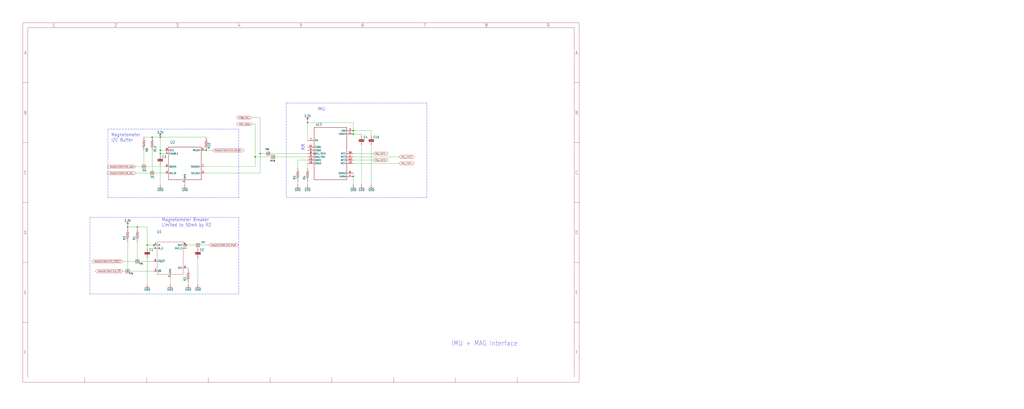
<source format=kicad_sch>
(kicad_sch (version 20211123) (generator eeschema)
  (paper "User" 795.02 318.11)
  (lib_symbols
    (symbol "oresat-acs-card-eagle-import:3.3V" (power)
      (property "Value" "3.3V" (at 0 2.794 0))
      (symbol "3.3V_1_0"
        (polyline (pts (xy 0 2.54) (xy -0.762 1.27)) (stroke (width 0.254)))
        (polyline (pts (xy 0.762 1.27) (xy 0 2.54)) (stroke (width 0.254)))
        (pin power_in line (at 0 0 90) (length 2.54) (name "3.3V") (number "1"))
      )
    )
    (symbol "oresat-acs-card-eagle-import:BMI088"
      (property "Reference" "U" (at -12.7 20.955 0))
      (property "Value" "BMI088" (at -12.7 -22.86 0))
      (symbol "BMI088_1_0"
        (polyline (pts (xy -12.7 -20.32) (xy -12.7 20.32)) (stroke (width 0.254)))
        (polyline (pts (xy -12.7 20.32) (xy 12.7 20.32)) (stroke (width 0.254)))
        (polyline (pts (xy 12.7 -20.32) (xy -12.7 -20.32)) (stroke (width 0.254)))
        (polyline (pts (xy 12.7 20.32) (xy 12.7 -20.32)) (stroke (width 0.254)))
        (pin bidirectional line (at 17.78 -2.54 180) (length 5.08) (name "INT2") (number "1"))
        (pin bidirectional line (at -17.78 -7.62 0) (length 5.08) (name "SDO2") (number "10"))
        (pin power_in line (at 17.78 15.24 180) (length 5.08) (name "VDDIO") (number "11"))
        (pin bidirectional line (at 17.78 -5.08 180) (length 5.08) (name "INT3") (number "12"))
        (pin bidirectional line (at 17.78 -7.62 180) (length 5.08) (name "INT4") (number "13"))
        (pin input line (at -17.78 5.08 0) (length 5.08) (name "CSB1") (number "14"))
        (pin bidirectional line (at -17.78 -5.08 0) (length 5.08) (name "SDO1") (number "15"))
        (pin bidirectional line (at 17.78 0 180) (length 5.08) (name "INT1") (number "16"))
        (pin power_in line (at 17.78 17.78 180) (length 5.08) (name "VDD") (number "3"))
        (pin power_in line (at 17.78 -17.78 180) (length 5.08) (name "GNDA") (number "4"))
        (pin input line (at -17.78 2.54 0) (length 5.08) (name "CSB2") (number "5"))
        (pin power_in line (at 17.78 -15.24 180) (length 5.08) (name "GNDIO") (number "6"))
        (pin input line (at -17.78 10.16 0) (length 5.08) (name "PS") (number "7"))
        (pin input clock (at -17.78 0 0) (length 5.08) (name "SCL/SCK") (number "8"))
        (pin bidirectional line (at -17.78 -2.54 0) (length 5.08) (name "SDA/SDI") (number "9"))
      )
    )
    (symbol "oresat-acs-card-eagle-import:C-EU0603-C-NOSILK"
      (property "Reference" "C" (at 1.524 0.381 0))
      (property "Value" "C-EU0603-C-NOSILK" (at 1.524 -4.699 0))
      (symbol "C-EU0603-C-NOSILK_1_0"
        (rectangle (start -2.032 -2.032) (end 2.032 -1.524) (fill (type outline)))
        (rectangle (start -2.032 -1.016) (end 2.032 -0.508) (fill (type outline)))
        (polyline (pts (xy 0 -2.54) (xy 0 -2.032)) (stroke (width 0.1524)))
        (polyline (pts (xy 0 0) (xy 0 -0.508)) (stroke (width 0.1524)))
        (pin passive line (at 0 2.54 270) (length 2.54) (name "1") (number "1"))
        (pin passive line (at 0 -5.08 90) (length 2.54) (name "2") (number "2"))
      )
    )
    (symbol "oresat-acs-card-eagle-import:FRAME_B_L"
      (symbol "FRAME_B_L_0_0"
        (polyline (pts (xy 0 46.5667) (xy 3.81 46.5667)))
        (polyline (pts (xy 0 93.1333) (xy 3.81 93.1333)))
        (polyline (pts (xy 0 139.7) (xy 3.81 139.7)))
        (polyline (pts (xy 0 186.2667) (xy 3.81 186.2667)))
        (polyline (pts (xy 0 232.8333) (xy 3.81 232.8333)))
        (polyline (pts (xy 3.81 3.81) (xy 3.81 275.59)))
        (polyline (pts (xy 47.9778 0) (xy 47.9778 3.81)))
        (polyline (pts (xy 95.9556 0) (xy 95.9556 3.81)))
        (polyline (pts (xy 143.9333 0) (xy 143.9333 3.81)))
        (polyline (pts (xy 191.9111 0) (xy 191.9111 3.81)))
        (polyline (pts (xy 239.8889 0) (xy 239.8889 3.81)))
        (polyline (pts (xy 287.8667 0) (xy 287.8667 3.81)))
        (polyline (pts (xy 335.8444 0) (xy 335.8444 3.81)))
        (polyline (pts (xy 383.8222 0) (xy 383.8222 3.81)))
        (polyline (pts (xy 427.99 3.81) (xy 427.99 275.59)))
        (polyline (pts (xy 427.99 46.5667) (xy 431.8 46.5667)))
        (polyline (pts (xy 427.99 93.1333) (xy 431.8 93.1333)))
        (polyline (pts (xy 427.99 139.7) (xy 431.8 139.7)))
        (polyline (pts (xy 427.99 186.2667) (xy 431.8 186.2667)))
        (polyline (pts (xy 427.99 232.8333) (xy 431.8 232.8333)))
        (polyline (pts (xy 427.99 275.59) (xy 3.81 275.59)))
        (polyline (pts (xy 0 0) (xy 431.8 0) (xy 431.8 279.4) (xy 0 279.4) (xy 0 0)))
        (text "1" (at 23.9889 277.495 0) (effects (font (size 2.54 2.286))))
        (text "2" (at 71.9667 277.495 0) (effects (font (size 2.54 2.286))))
        (text "3" (at 119.9444 277.495 0) (effects (font (size 2.54 2.286))))
        (text "4" (at 167.9222 277.495 0) (effects (font (size 2.54 2.286))))
        (text "5" (at 215.9 277.495 0) (effects (font (size 2.54 2.286))))
        (text "6" (at 263.8778 277.495 0) (effects (font (size 2.54 2.286))))
        (text "7" (at 311.8556 277.495 0) (effects (font (size 2.54 2.286))))
        (text "8" (at 359.8333 277.495 0) (effects (font (size 2.54 2.286))))
        (text "9" (at 407.8111 277.495 0) (effects (font (size 2.54 2.286))))
        (text "A" (at 1.905 256.1167 0) (effects (font (size 2.54 2.286))))
        (text "A" (at 429.895 256.1167 0) (effects (font (size 2.54 2.286))))
        (text "B" (at 1.905 209.55 0) (effects (font (size 2.54 2.286))))
        (text "B" (at 429.895 209.55 0) (effects (font (size 2.54 2.286))))
        (text "C" (at 1.905 162.9833 0) (effects (font (size 2.54 2.286))))
        (text "C" (at 429.895 162.9833 0) (effects (font (size 2.54 2.286))))
        (text "D" (at 1.905 116.4167 0) (effects (font (size 2.54 2.286))))
        (text "D" (at 429.895 116.4167 0) (effects (font (size 2.54 2.286))))
        (text "E" (at 1.905 69.85 0) (effects (font (size 2.54 2.286))))
        (text "E" (at 429.895 69.85 0) (effects (font (size 2.54 2.286))))
        (text "F" (at 1.905 23.2833 0) (effects (font (size 2.54 2.286))))
        (text "F" (at 429.895 23.2833 0) (effects (font (size 2.54 2.286))))
      )
      (symbol "FRAME_B_L_2_0"
        (polyline (pts (xy 0 0) (xy 0 5.08)) (stroke (width 0.1016)))
        (polyline (pts (xy 0 0) (xy 71.12 0)) (stroke (width 0.1016)))
        (polyline (pts (xy 0 5.08) (xy 0 15.24)) (stroke (width 0.1016)))
        (polyline (pts (xy 0 5.08) (xy 71.12 5.08)) (stroke (width 0.1016)))
        (polyline (pts (xy 0 15.24) (xy 0 22.86)) (stroke (width 0.1016)))
        (polyline (pts (xy 0 22.86) (xy 0 35.56)) (stroke (width 0.1016)))
        (polyline (pts (xy 0 22.86) (xy 101.6 22.86)) (stroke (width 0.1016)))
        (polyline (pts (xy 71.12 0) (xy 101.6 0)) (stroke (width 0.1016)))
        (polyline (pts (xy 71.12 5.08) (xy 71.12 0)) (stroke (width 0.1016)))
        (polyline (pts (xy 71.12 5.08) (xy 87.63 5.08)) (stroke (width 0.1016)))
        (polyline (pts (xy 87.63 5.08) (xy 101.6 5.08)) (stroke (width 0.1016)))
        (polyline (pts (xy 87.63 15.24) (xy 0 15.24)) (stroke (width 0.1016)))
        (polyline (pts (xy 87.63 15.24) (xy 87.63 5.08)) (stroke (width 0.1016)))
        (polyline (pts (xy 101.6 5.08) (xy 101.6 0)) (stroke (width 0.1016)))
        (polyline (pts (xy 101.6 15.24) (xy 87.63 15.24)) (stroke (width 0.1016)))
        (polyline (pts (xy 101.6 15.24) (xy 101.6 5.08)) (stroke (width 0.1016)))
        (polyline (pts (xy 101.6 22.86) (xy 101.6 15.24)) (stroke (width 0.1016)))
        (polyline (pts (xy 101.6 35.56) (xy 0 35.56)) (stroke (width 0.1016)))
        (polyline (pts (xy 101.6 35.56) (xy 101.6 22.86)) (stroke (width 0.1016)))
        (text ">DRAWING_NAME" (at 17.78 19.05 0) (effects (font (size 2.54 2.159)) (justify left bottom)))
        (text ">LAST_DATE_TIME" (at 12.7 1.27 0) (effects (font (size 2.54 2.159)) (justify left bottom)))
        (text ">SHEET" (at 86.36 1.27 0) (effects (font (size 2.54 2.159)) (justify left bottom)))
        (text "Date:" (at 1.27 1.27 0) (effects (font (size 2.54 2.159)) (justify left bottom)))
        (text "Document Number:" (at 1.27 11.43 0) (effects (font (size 2.54 2.159)) (justify left bottom)))
        (text "REV:" (at 88.9 11.43 0) (effects (font (size 2.54 2.159)) (justify left bottom)))
        (text "Sheet:" (at 72.39 1.27 0) (effects (font (size 2.54 2.159)) (justify left bottom)))
        (text "TITLE:" (at 1.27 19.05 0) (effects (font (size 2.54 2.159)) (justify left bottom)))
      )
    )
    (symbol "oresat-acs-card-eagle-import:GND" (power)
      (property "Value" "GND" (at -2.54 -2.54 0))
      (symbol "GND_1_0"
        (polyline (pts (xy -1.905 0) (xy 1.905 0)) (stroke (width 0.254)))
        (pin power_in line (at 0 2.54 270) (length 2.54) (name "GND") (number "1"))
      )
    )
    (symbol "oresat-acs-card-eagle-import:LTC4300A-1"
      (property "Value" "LTC4300A-1" (at 5.08 15.24 0))
      (symbol "LTC4300A-1_1_0"
        (polyline (pts (xy -12.7 -12.7) (xy 12.7 -12.7)) (stroke (width 0.254)))
        (polyline (pts (xy -12.7 12.7) (xy -12.7 -12.7)) (stroke (width 0.254)))
        (polyline (pts (xy 12.7 -12.7) (xy 12.7 12.7)) (stroke (width 0.254)))
        (polyline (pts (xy 12.7 12.7) (xy -12.7 12.7)) (stroke (width 0.254)))
        (pin input line (at -15.24 7.62 0) (length 2.54) (name "ENABLE") (number "1"))
        (pin output line (at 15.24 -7.62 180) (length 2.54) (name "SCLOUT") (number "2"))
        (pin input line (at -15.24 -7.62 0) (length 2.54) (name "SCLIN") (number "3"))
        (pin power_in line (at 0 -15.24 90) (length 2.54) (name "GND") (number "4"))
        (pin output line (at 15.24 10.16 180) (length 2.54) (name "READY") (number "5"))
        (pin input line (at -15.24 -2.54 0) (length 2.54) (name "SDAIN") (number "6"))
        (pin output line (at 15.24 -2.54 180) (length 2.54) (name "SDAOUT") (number "7"))
        (pin power_in line (at -15.24 10.16 0) (length 2.54) (name "VCC") (number "8"))
      )
    )
    (symbol "oresat-acs-card-eagle-import:MAX892LEUA+T21-0036K-L"
      (property "Reference" "U" (at -5.2324 14.1986 0))
      (property "Value" "MAX892LEUA+T21-0036K-L" (at -5.1054 11.6586 0))
      (symbol "MAX892LEUA+T21-0036K-L_1_0"
        (polyline (pts (xy -10.16 -15.24) (xy 10.16 -15.24)) (stroke (width 0.1524)))
        (polyline (pts (xy -10.16 10.16) (xy -10.16 -15.24)) (stroke (width 0.1524)))
        (polyline (pts (xy 10.16 -15.24) (xy 10.16 10.16)) (stroke (width 0.1524)))
        (polyline (pts (xy 10.16 10.16) (xy -10.16 10.16)) (stroke (width 0.1524)))
        (pin power_in line (at -12.7 5.08 0) (length 2.54) (name "IN_2") (number "1"))
        (pin power_in line (at -12.7 7.62 0) (length 2.54) (name "IN") (number "2"))
        (pin input line (at -12.7 -12.7 0) (length 2.54) (name "~{ON}") (number "3"))
        (pin power_in line (at 0 -17.78 90) (length 2.54) (name "GND") (number "4"))
        (pin input line (at 12.7 -10.16 180) (length 2.54) (name "SET") (number "5"))
        (pin output line (at -12.7 -5.08 0) (length 2.54) (name "~{FAULT}") (number "6"))
        (pin power_in line (at 12.7 5.08 180) (length 2.54) (name "OUT_2") (number "7"))
        (pin power_in line (at 12.7 7.62 180) (length 2.54) (name "OUT") (number "8"))
      )
    )
    (symbol "oresat-acs-card-eagle-import:R-US_0603-C-NOSILK"
      (property "Reference" "R" (at -3.81 1.4986 0))
      (property "Value" "R-US_0603-C-NOSILK" (at -3.81 -3.302 0))
      (symbol "R-US_0603-C-NOSILK_1_0"
        (polyline (pts (xy -2.54 0) (xy -2.159 1.016)) (stroke (width 0.2032)))
        (polyline (pts (xy -2.159 1.016) (xy -1.524 -1.016)) (stroke (width 0.2032)))
        (polyline (pts (xy -1.524 -1.016) (xy -0.889 1.016)) (stroke (width 0.2032)))
        (polyline (pts (xy -0.889 1.016) (xy -0.254 -1.016)) (stroke (width 0.2032)))
        (polyline (pts (xy -0.254 -1.016) (xy 0.381 1.016)) (stroke (width 0.2032)))
        (polyline (pts (xy 0.381 1.016) (xy 1.016 -1.016)) (stroke (width 0.2032)))
        (polyline (pts (xy 1.016 -1.016) (xy 1.651 1.016)) (stroke (width 0.2032)))
        (polyline (pts (xy 1.651 1.016) (xy 2.286 -1.016)) (stroke (width 0.2032)))
        (polyline (pts (xy 2.286 -1.016) (xy 2.54 0)) (stroke (width 0.2032)))
        (pin passive line (at -5.08 0 0) (length 2.54) (name "1") (number "1"))
        (pin passive line (at 5.08 0 180) (length 2.54) (name "2") (number "2"))
      )
    )
    (symbol "oresat-acs-card-eagle-import:TEST-POINT-LARGE-SQUARE"
      (property "Reference" "TP" (at -2.54 2.54 0))
      (symbol "TEST-POINT-LARGE-SQUARE_1_0"
        (polyline (pts (xy -1.27 -1.27) (xy -1.27 1.27)) (stroke (width 0.254)))
        (polyline (pts (xy -1.27 1.27) (xy 1.27 1.27)) (stroke (width 0.254)))
        (polyline (pts (xy 1.27 -1.27) (xy -1.27 -1.27)) (stroke (width 0.254)))
        (polyline (pts (xy 1.27 1.27) (xy 1.27 -1.27)) (stroke (width 0.254)))
        (pin passive line (at 0 0 0) (length 0) (name "1") (number "1"))
      )
    )
  )
  (junction (at 118.11 134.62))
  (junction (at 118.11 106.68))
  (junction (at 144.78 190.5))
  (junction (at 198.12 121.92))
  (junction (at 111.76 129.54))
  (junction (at 124.46 106.68))
  (junction (at 114.3 190.5))
  (junction (at 160.02 116.84))
  (junction (at 212.09 121.92))
  (junction (at 274.32 104.14))
  (junction (at 274.32 137.16))
  (junction (at 106.68 176.53))
  (junction (at 119.38 190.5))
  (junction (at 201.93 119.38))
  (junction (at 99.06 176.53))
  (junction (at 153.67 190.5))
  (junction (at 99.06 210.82))
  (junction (at 124.46 116.84))
  (junction (at 124.46 119.38))
  (junction (at 208.28 119.38))
  (junction (at 106.68 203.2))
  (junction (at 274.32 101.6))
  (junction (at 238.76 95.25))
  (polyline (pts (xy 185.42 168.91) (xy 185.42 228.6)))
  (wire (pts (xy 144.78 190.5) (xy 153.67 190.5)))
  (wire (pts (xy 231.14 124.46) (xy 238.76 124.46)))
  (wire (pts (xy 153.67 190.5) (xy 162.56 190.5)))
  (wire (pts (xy 132.08 220.98) (xy 132.08 215.9)))
  (wire (pts (xy 153.67 220.98) (xy 153.67 200.66)))
  (wire (pts (xy 238.76 119.38) (xy 208.28 119.38)))
  (wire (pts (xy 274.32 121.92) (xy 309.88 121.92)))
  (polyline (pts (xy 331.47 153.67) (xy 331.47 80.01)))
  (wire (pts (xy 238.76 121.92) (xy 212.09 121.92)))
  (wire (pts (xy 111.76 129.54) (xy 111.76 116.84)))
  (wire (pts (xy 280.67 104.14) (xy 280.67 105.41)))
  (wire (pts (xy 118.11 134.62) (xy 118.11 116.84)))
  (wire (pts (xy 124.46 143.51) (xy 124.46 128.27)))
  (wire (pts (xy 124.46 116.84) (xy 124.46 106.68)))
  (wire (pts (xy 146.05 208.28) (xy 146.05 209.55)))
  (wire (pts (xy 99.06 187.96) (xy 99.06 210.82)))
  (polyline (pts (xy 83.82 100.33) (xy 83.82 153.67)))
  (wire (pts (xy 128.27 116.84) (xy 124.46 116.84)))
  (wire (pts (xy 201.93 119.38) (xy 201.93 91.44)))
  (wire (pts (xy 198.12 121.92) (xy 198.12 129.54)))
  (wire (pts (xy 146.05 219.71) (xy 146.05 220.98)))
  (wire (pts (xy 274.32 124.46) (xy 289.56 124.46)))
  (wire (pts (xy 231.14 130.81) (xy 231.14 124.46)))
  (wire (pts (xy 114.3 190.5) (xy 119.38 190.5)))
  (wire (pts (xy 143.51 143.51) (xy 143.51 142.24)))
  (polyline (pts (xy 185.42 153.67) (xy 185.42 100.33)))
  (wire (pts (xy 231.14 140.97) (xy 231.14 143.51)))
  (wire (pts (xy 114.3 220.98) (xy 114.3 200.66)))
  (wire (pts (xy 144.78 208.28) (xy 146.05 208.28)))
  (wire (pts (xy 118.11 134.62) (xy 105.41 134.62)))
  (polyline (pts (xy 222.25 80.01) (xy 222.25 153.67)))
  (wire (pts (xy 124.46 106.68) (xy 160.02 106.68)))
  (polyline (pts (xy 185.42 100.33) (xy 83.82 100.33)))
  (wire (pts (xy 198.12 96.52) (xy 195.58 96.52)))
  (wire (pts (xy 105.41 129.54) (xy 111.76 129.54)))
  (wire (pts (xy 274.32 127) (xy 309.88 127)))
  (wire (pts (xy 106.68 177.8) (xy 106.68 176.53)))
  (wire (pts (xy 160.02 116.84) (xy 165.1 116.84)))
  (wire (pts (xy 198.12 121.92) (xy 198.12 96.52)))
  (wire (pts (xy 128.27 119.38) (xy 124.46 119.38)))
  (wire (pts (xy 158.75 116.84) (xy 160.02 116.84)))
  (polyline (pts (xy 331.47 80.01) (xy 222.25 80.01)))
  (wire (pts (xy 99.06 210.82) (xy 95.25 210.82)))
  (wire (pts (xy 274.32 101.6) (xy 274.32 104.14)))
  (wire (pts (xy 119.38 193.04) (xy 119.38 190.5)))
  (wire (pts (xy 99.06 176.53) (xy 99.06 175.26)))
  (wire (pts (xy 208.28 119.38) (xy 201.93 119.38)))
  (wire (pts (xy 124.46 116.84) (xy 124.46 119.38)))
  (wire (pts (xy 124.46 119.38) (xy 124.46 120.65)))
  (wire (pts (xy 106.68 176.53) (xy 99.06 176.53)))
  (wire (pts (xy 212.09 121.92) (xy 198.12 121.92)))
  (polyline (pts (xy 222.25 153.67) (xy 331.47 153.67)))
  (wire (pts (xy 201.93 134.62) (xy 158.75 134.62)))
  (polyline (pts (xy 69.85 228.6) (xy 69.85 168.91)))
  (wire (pts (xy 238.76 140.97) (xy 238.76 143.51)))
  (wire (pts (xy 274.32 119.38) (xy 289.56 119.38)))
  (polyline (pts (xy 185.42 228.6) (xy 69.85 228.6)))
  (wire (pts (xy 201.93 119.38) (xy 201.93 134.62)))
  (polyline (pts (xy 83.82 153.67) (xy 185.42 153.67)))
  (wire (pts (xy 128.27 129.54) (xy 111.76 129.54)))
  (wire (pts (xy 238.76 127) (xy 238.76 130.81)))
  (wire (pts (xy 114.3 193.04) (xy 114.3 190.5)))
  (wire (pts (xy 99.06 177.8) (xy 99.06 176.53)))
  (wire (pts (xy 153.67 193.04) (xy 153.67 190.5)))
  (wire (pts (xy 106.68 187.96) (xy 106.68 203.2)))
  (wire (pts (xy 274.32 137.16) (xy 274.32 143.51)))
  (wire (pts (xy 288.29 113.03) (xy 288.29 143.51)))
  (wire (pts (xy 198.12 129.54) (xy 158.75 129.54)))
  (polyline (pts (xy 69.85 168.91) (xy 185.42 168.91)))
  (wire (pts (xy 118.11 106.68) (xy 124.46 106.68)))
  (wire (pts (xy 288.29 101.6) (xy 288.29 105.41)))
  (wire (pts (xy 144.78 193.04) (xy 144.78 190.5)))
  (wire (pts (xy 114.3 176.53) (xy 114.3 190.5)))
  (wire (pts (xy 280.67 113.03) (xy 280.67 143.51)))
  (wire (pts (xy 274.32 95.25) (xy 274.32 101.6)))
  (wire (pts (xy 274.32 101.6) (xy 288.29 101.6)))
  (wire (pts (xy 114.3 176.53) (xy 106.68 176.53)))
  (wire (pts (xy 201.93 91.44) (xy 195.58 91.44)))
  (wire (pts (xy 274.32 134.62) (xy 274.32 137.16)))
  (wire (pts (xy 238.76 95.25) (xy 238.76 109.22)))
  (wire (pts (xy 238.76 93.98) (xy 238.76 95.25)))
  (wire (pts (xy 111.76 106.68) (xy 118.11 106.68)))
  (wire (pts (xy 119.38 210.82) (xy 99.06 210.82)))
  (wire (pts (xy 274.32 104.14) (xy 280.67 104.14)))
  (wire (pts (xy 238.76 95.25) (xy 274.32 95.25)))
  (wire (pts (xy 128.27 134.62) (xy 118.11 134.62)))
  (wire (pts (xy 106.68 203.2) (xy 95.25 203.2)))
  (wire (pts (xy 119.38 203.2) (xy 106.68 203.2)))
  (text "NC" (at 233.68 116.84 180) (effects (font (size 1.778 1.5113)) (justify left bottom)))
  (text "IMU + MAG Interface" (at 350.52 269.24 180) (effects (font (size 3.81 3.2385)) (justify left bottom)))
  (text "Magnetometer Breaker\nLimited to 50mA by R2" (at 125.73 176.53 180) (effects (font (size 2.54 2.159)) (justify left bottom)))
  (text "IMU" (at 246.38 86.36 180) (effects (font (size 2.54 2.159)) (justify left bottom)))
  (text "Magnetometer\nI2C Buffer" (at 86.36 110.49 180) (effects (font (size 2.54 2.159)) (justify left bottom)))
  (text "NC" (at 233.68 114.3 180) (effects (font (size 1.778 1.5113)) (justify left bottom)))
  (global_label "PB7/SDA" (shape bidirectional) (at 195.58 96.52 180) (effects (font (size 1.2446 1.2446))) (property "Intersheet References" "${INTERSHEET_REFS}" (effects hide)))
  (global_label "MAGNETOMETER_~{EN}" (shape bidirectional) (at 95.25 210.82 180) (effects (font (size 1.2446 1.2446))) (property "Intersheet References" "${INTERSHEET_REFS}" (effects hide)))
  (global_label "MAGNETOMETER_SDA" (shape bidirectional) (at 105.41 129.54 180) (effects (font (size 1.2446 1.2446))) (property "Intersheet References" "${INTERSHEET_REFS}" (effects hide)))
  (global_label "MAGNETOMETER_PWR" (shape bidirectional) (at 162.56 190.5 0) (effects (font (size 1.2446 1.2446))) (property "Intersheet References" "${INTERSHEET_REFS}" (effects hide)))
  (global_label "MAGNETOMETER_SCL" (shape bidirectional) (at 105.41 134.62 180) (effects (font (size 1.2446 1.2446))) (property "Intersheet References" "${INTERSHEET_REFS}" (effects hide)))
  (global_label "MAGNETOMETER_~{FAULT}" (shape bidirectional) (at 95.25 203.2 180) (effects (font (size 1.2446 1.2446))) (property "Intersheet References" "${INTERSHEET_REFS}" (effects hide)))
  (global_label "PB6/SCL" (shape bidirectional) (at 195.58 91.44 180) (effects (font (size 1.2446 1.2446))) (property "Intersheet References" "${INTERSHEET_REFS}" (effects hide)))
  (global_label "IMU_INT1" (shape bidirectional) (at 289.56 119.38 0) (effects (font (size 1.2446 1.2446))) (property "Intersheet References" "${INTERSHEET_REFS}" (effects hide)))
  (global_label "IMU_INT3" (shape bidirectional) (at 289.56 124.46 0) (effects (font (size 1.2446 1.2446))) (property "Intersheet References" "${INTERSHEET_REFS}" (effects hide)))
  (global_label "IMU_INT4" (shape bidirectional) (at 309.88 127 0) (effects (font (size 1.2446 1.2446))) (property "Intersheet References" "${INTERSHEET_REFS}" (effects hide)))
  (global_label "MAGNETOMETER_READY" (shape bidirectional) (at 165.1 116.84 0) (effects (font (size 1.2446 1.2446))) (property "Intersheet References" "${INTERSHEET_REFS}" (effects hide)))
  (global_label "IMU_INT2" (shape bidirectional) (at 309.88 121.92 0) (effects (font (size 1.2446 1.2446))) (property "Intersheet References" "${INTERSHEET_REFS}" (effects hide)))
  (symbol (lib_id "oresat-acs-card-eagle-import:GND") (at 238.76 146.05 0) (mirror y) (unit 1)
    (property "Reference" "#GND012" (effects hide))
    (property "Value" "GND" (at 241.3 148.59 0) (effects (font (size 1.778 1.5113)) (justify left bottom)))
  )
  (symbol (lib_id "oresat-acs-card-eagle-import:TEST-POINT-LARGE-SQUARE") (at 99.06 210.82 0) (unit 1)
    (property "Reference" "TP6" (at 100.33 213.36 0) (effects (font (size 1.27 1.0795)) (justify left bottom)))
    (property "Value" "TEST-POINT-LARGE-SQUARE" (effects hide))
    (property "Footprint" "oresat-acs-card:1X01" (effects hide))
  )
  (symbol (lib_id "oresat-acs-card-eagle-import:GND") (at 146.05 223.52 0) (mirror y) (unit 1)
    (property "Reference" "#GND09" (effects hide))
    (property "Value" "GND" (at 148.59 226.06 0) (effects (font (size 1.778 1.5113)) (justify left bottom)))
  )
  (symbol (lib_id "oresat-acs-card-eagle-import:GND") (at 280.67 146.05 0) (mirror y) (unit 1)
    (property "Reference" "#GND016" (effects hide))
    (property "Value" "GND" (at 283.21 148.59 0) (effects (font (size 1.778 1.5113)) (justify left bottom)))
  )
  (symbol (lib_id "oresat-acs-card-eagle-import:BMI088") (at 256.54 119.38 0) (unit 1)
    (property "Reference" "U13" (at 245.11 97.79 0) (effects (font (size 1.778 1.5113)) (justify left bottom)))
    (property "Value" "BMI088" (at 257.81 97.79 0) (effects (font (size 1.778 1.5113)) (justify left bottom)))
    (property "Footprint" "oresat-acs-card:PQFN50P450X300X100-16N" (effects hide))
    (property "Value" "BMI088" (effects hide))
  )
  (symbol (lib_id "oresat-acs-card-eagle-import:GND") (at 132.08 223.52 0) (mirror y) (unit 1)
    (property "Reference" "#GND01" (effects hide))
    (property "Value" "GND" (at 134.62 226.06 0) (effects (font (size 1.778 1.5113)) (justify left bottom)))
  )
  (symbol (lib_id "oresat-acs-card-eagle-import:TEST-POINT-LARGE-SQUARE") (at 118.11 134.62 0) (unit 1)
    (property "Reference" "TP1" (at 116.84 138.43 0) (effects (font (size 1.27 1.0795)) (justify left bottom)))
    (property "Value" "TEST-POINT-LARGE-SQUARE" (effects hide))
    (property "Footprint" "oresat-acs-card:1X01" (effects hide))
  )
  (symbol (lib_id "oresat-acs-card-eagle-import:GND") (at 274.32 146.05 0) (mirror y) (unit 1)
    (property "Reference" "#GND015" (effects hide))
    (property "Value" "GND" (at 276.86 148.59 0) (effects (font (size 1.778 1.5113)) (justify left bottom)))
  )
  (symbol (lib_id "oresat-acs-card-eagle-import:FRAME_B_L") (at 17.78 297.18 0) (unit 1)
    (property "Reference" "#FRAME7" (effects hide))
    (property "Value" "FRAME_B_L" (effects hide))
  )
  (symbol (lib_id "oresat-acs-card-eagle-import:GND") (at 114.3 223.52 0) (mirror y) (unit 1)
    (property "Reference" "#GND07" (effects hide))
    (property "Value" "GND" (at 116.84 226.06 0) (effects (font (size 1.778 1.5113)) (justify left bottom)))
  )
  (symbol (lib_id "oresat-acs-card-eagle-import:GND") (at 288.29 146.05 0) (mirror y) (unit 1)
    (property "Reference" "#GND017" (effects hide))
    (property "Value" "GND" (at 290.83 148.59 0) (effects (font (size 1.778 1.5113)) (justify left bottom)))
  )
  (symbol (lib_id "oresat-acs-card-eagle-import:R-US_0603-C-NOSILK") (at 146.05 214.63 90) (unit 1)
    (property "Reference" "R2" (at 144.5514 218.44 0) (effects (font (size 1.778 1.5113)) (justify left bottom)))
    (property "Value" "23.7k" (at 149.352 218.44 0) (effects (font (size 1.778 1.5113)) (justify left bottom)))
    (property "Footprint" "oresat-acs-card:.0603-C-NOSILK" (effects hide))
    (property "Value" "RC0603FR-0723K7L" (effects hide))
  )
  (symbol (lib_id "oresat-acs-card-eagle-import:3.3V") (at 238.76 93.98 0) (mirror y) (unit 1)
    (property "Reference" "#SUPPLY06" (effects hide))
    (property "Value" "3.3V" (at 238.76 91.186 0) (effects (font (size 1.778 1.5113)) (justify bottom)))
  )
  (symbol (lib_id "oresat-acs-card-eagle-import:R-US_0603-C-NOSILK") (at 99.06 182.88 90) (unit 1)
    (property "Reference" "R3" (at 97.5614 186.69 0) (effects (font (size 1.778 1.5113)) (justify left bottom)))
    (property "Value" "10k" (at 97.282 181.61 0) (effects (font (size 1.778 1.5113)) (justify left bottom)))
    (property "Footprint" "oresat-acs-card:.0603-C-NOSILK" (effects hide))
    (property "Value" "RC0603FR-0710KL" (effects hide))
  )
  (symbol (lib_id "oresat-acs-card-eagle-import:TEST-POINT-LARGE-SQUARE") (at 106.68 203.2 0) (unit 1)
    (property "Reference" "TP5" (at 107.95 205.74 0) (effects (font (size 1.27 1.0795)) (justify left bottom)))
    (property "Value" "TEST-POINT-LARGE-SQUARE" (effects hide))
    (property "Footprint" "oresat-acs-card:1X01" (effects hide))
  )
  (symbol (lib_id "oresat-acs-card-eagle-import:C-EU0603-C-NOSILK") (at 153.67 195.58 0) (unit 1)
    (property "Reference" "C2" (at 155.194 195.199 0) (effects (font (size 1.778 1.5113)) (justify left bottom)))
    (property "Value" "1u" (at 155.194 200.279 0) (effects (font (size 1.778 1.5113)) (justify left bottom)))
    (property "Footprint" "oresat-acs-card:.0603-C-NOSILK" (effects hide))
    (property "Value" "CC0603KRX7R7BB105" (effects hide))
  )
  (symbol (lib_id "oresat-acs-card-eagle-import:C-EU0603-C-NOSILK") (at 114.3 195.58 0) (unit 1)
    (property "Reference" "C1" (at 115.824 195.199 0) (effects (font (size 1.778 1.5113)) (justify left bottom)))
    (property "Value" "1u" (at 115.824 200.279 0) (effects (font (size 1.778 1.5113)) (justify left bottom)))
    (property "Footprint" "oresat-acs-card:.0603-C-NOSILK" (effects hide))
    (property "Value" "CC0603KRX7R7BB105" (effects hide))
  )
  (symbol (lib_id "oresat-acs-card-eagle-import:C-EU0603-C-NOSILK") (at 124.46 123.19 0) (unit 1)
    (property "Reference" "C3" (at 125.984 122.809 0) (effects (font (size 1.778 1.5113)) (justify left bottom)))
    (property "Value" "1u" (at 124.714 127.889 0) (effects (font (size 1.778 1.5113)) (justify left bottom)))
    (property "Footprint" "oresat-acs-card:.0603-C-NOSILK" (effects hide))
    (property "Value" "CC0603KRX7R7BB105" (effects hide))
  )
  (symbol (lib_id "oresat-acs-card-eagle-import:C-EU0603-C-NOSILK") (at 288.29 107.95 0) (unit 1)
    (property "Reference" "C16" (at 289.814 107.569 0) (effects (font (size 1.778 1.5113)) (justify left bottom)))
    (property "Value" "1u" (at 289.814 112.649 0) (effects (font (size 1.778 1.5113)) (justify left bottom)))
    (property "Footprint" "oresat-acs-card:.0603-C-NOSILK" (effects hide))
    (property "Value" "CC0603KRX7R7BB105" (effects hide))
  )
  (symbol (lib_id "oresat-acs-card-eagle-import:R-US_0603-C-NOSILK") (at 238.76 135.89 90) (unit 1)
    (property "Reference" "R4" (at 237.2614 139.7 0) (effects (font (size 1.778 1.5113)) (justify left bottom)))
    (property "Value" "10k" (at 236.982 134.62 0) (effects (font (size 1.778 1.5113)) (justify left bottom)))
    (property "Footprint" "oresat-acs-card:.0603-C-NOSILK" (effects hide))
    (property "Value" "RC0603FR-0710KL" (effects hide))
  )
  (symbol (lib_id "oresat-acs-card-eagle-import:TEST-POINT-LARGE-SQUARE") (at 212.09 121.92 0) (unit 1)
    (property "Reference" "TP18" (at 209.55 125.73 0) (effects (font (size 1.27 1.0795)) (justify left bottom)))
    (property "Value" "TEST-POINT-LARGE-SQUARE" (effects hide))
    (property "Footprint" "oresat-acs-card:1X01" (effects hide))
  )
  (symbol (lib_id "oresat-acs-card-eagle-import:GND") (at 231.14 146.05 0) (mirror y) (unit 1)
    (property "Reference" "#GND013" (effects hide))
    (property "Value" "GND" (at 233.68 148.59 0) (effects (font (size 1.778 1.5113)) (justify left bottom)))
  )
  (symbol (lib_id "oresat-acs-card-eagle-import:MAX892LEUA+T21-0036K-L") (at 132.08 198.12 0) (unit 1)
    (property "Reference" "U1" (at 121.7676 181.3814 0) (effects (font (size 2.0828 1.7703)) (justify left bottom)))
    (property "Value" "MAX892LEUA+T21-0036K-L" (at 119.3546 186.4614 0) (effects (font (size 2.0828 1.7703)) (justify left bottom)))
    (property "Footprint" "oresat-acs-card:21-0036K-L" (effects hide))
    (property "Value" "MAX892LEUA+" (effects hide))
  )
  (symbol (lib_id "oresat-acs-card-eagle-import:R-US_0603-C-NOSILK") (at 160.02 111.76 270) (unit 1)
    (property "Reference" "R10" (at 161.29 115.57 0) (effects (font (size 1.778 1.5113)) (justify right bottom)))
    (property "Value" "10k" (at 161.29 109.22 0) (effects (font (size 1.778 1.5113)) (justify right bottom)))
    (property "Footprint" "oresat-acs-card:.0603-C-NOSILK" (effects hide))
    (property "Value" "RC0603FR-0710KL" (effects hide))
  )
  (symbol (lib_id "oresat-acs-card-eagle-import:R-US_0603-C-NOSILK") (at 231.14 135.89 90) (unit 1)
    (property "Reference" "R5" (at 229.6414 139.7 0) (effects (font (size 1.778 1.5113)) (justify left bottom)))
    (property "Value" "10k" (at 229.362 134.62 0) (effects (font (size 1.778 1.5113)) (justify left bottom)))
    (property "Footprint" "oresat-acs-card:.0603-C-NOSILK" (effects hide))
    (property "Value" "RC0603FR-0710KL" (effects hide))
  )
  (symbol (lib_id "oresat-acs-card-eagle-import:R-US_0603-C-NOSILK") (at 118.11 111.76 270) (unit 1)
    (property "Reference" "R13" (at 119.38 118.11 0) (effects (font (size 1.778 1.5113)) (justify right bottom)))
    (property "Value" "10k" (at 119.38 111.76 0) (effects (font (size 1.778 1.5113)) (justify right bottom)))
    (property "Footprint" "oresat-acs-card:.0603-C-NOSILK" (effects hide))
    (property "Value" "RC0603FR-0710KL" (effects hide))
  )
  (symbol (lib_id "oresat-acs-card-eagle-import:GND") (at 153.67 223.52 0) (mirror y) (unit 1)
    (property "Reference" "#GND08" (effects hide))
    (property "Value" "GND" (at 156.21 226.06 0) (effects (font (size 1.778 1.5113)) (justify left bottom)))
  )
  (symbol (lib_id "oresat-acs-card-eagle-import:GND") (at 124.46 146.05 0) (mirror y) (unit 1)
    (property "Reference" "#GND011" (effects hide))
    (property "Value" "GND" (at 127 148.59 0) (effects (font (size 1.778 1.5113)) (justify left bottom)))
  )
  (symbol (lib_id "oresat-acs-card-eagle-import:LTC4300A-1") (at 143.51 127 0) (unit 1)
    (property "Reference" "U2" (at 132.08 111.76 0) (effects (font (size 2.0828 1.7703)) (justify left bottom)))
    (property "Value" "LTC4300A-1" (at 139.7 111.76 0) (effects (font (size 2.0828 1.7703)) (justify left bottom)))
    (property "Footprint" "oresat-acs-card:MS8" (effects hide))
    (property "Value" "LTC4300A-1IMS8#TRPBF" (effects hide))
  )
  (symbol (lib_id "oresat-acs-card-eagle-import:3.3V") (at 124.46 106.68 0) (mirror y) (unit 1)
    (property "Reference" "#SUPPLY02" (effects hide))
    (property "Value" "3.3V" (at 124.46 103.886 0) (effects (font (size 1.778 1.5113)) (justify bottom)))
  )
  (symbol (lib_id "oresat-acs-card-eagle-import:R-US_0603-C-NOSILK") (at 111.76 111.76 270) (unit 1)
    (property "Reference" "R6" (at 113.03 118.11 0) (effects (font (size 1.778 1.5113)) (justify right bottom)))
    (property "Value" "10k" (at 113.03 111.76 0) (effects (font (size 1.778 1.5113)) (justify right bottom)))
    (property "Footprint" "oresat-acs-card:.0603-C-NOSILK" (effects hide))
    (property "Value" "RC0603FR-0710KL" (effects hide))
  )
  (symbol (lib_id "oresat-acs-card-eagle-import:GND") (at 143.51 146.05 0) (mirror y) (unit 1)
    (property "Reference" "#GND010" (effects hide))
    (property "Value" "GND" (at 146.05 148.59 0) (effects (font (size 1.778 1.5113)) (justify left bottom)))
  )
  (symbol (lib_id "oresat-acs-card-eagle-import:TEST-POINT-LARGE-SQUARE") (at 153.67 190.5 0) (unit 1)
    (property "Reference" "TP7" (at 156.21 189.23 0) (effects (font (size 1.27 1.0795)) (justify left bottom)))
    (property "Value" "TEST-POINT-LARGE-SQUARE" (effects hide))
    (property "Footprint" "oresat-acs-card:1X01" (effects hide))
  )
  (symbol (lib_id "oresat-acs-card-eagle-import:TEST-POINT-LARGE-SQUARE") (at 208.28 119.38 0) (unit 1)
    (property "Reference" "TP8" (at 205.74 116.84 0) (effects (font (size 1.27 1.0795)) (justify left bottom)))
    (property "Value" "TEST-POINT-LARGE-SQUARE" (effects hide))
    (property "Footprint" "oresat-acs-card:1X01" (effects hide))
  )
  (symbol (lib_id "oresat-acs-card-eagle-import:3.3V") (at 99.06 175.26 0) (mirror y) (unit 1)
    (property "Reference" "#SUPPLY01" (effects hide))
    (property "Value" "3.3V" (at 99.06 172.466 0) (effects (font (size 1.778 1.5113)) (justify bottom)))
  )
  (symbol (lib_id "oresat-acs-card-eagle-import:C-EU0603-C-NOSILK") (at 280.67 107.95 0) (unit 1)
    (property "Reference" "C4" (at 282.194 107.569 0) (effects (font (size 1.778 1.5113)) (justify left bottom)))
    (property "Value" "1u" (at 282.194 112.649 0) (effects (font (size 1.778 1.5113)) (justify left bottom)))
    (property "Footprint" "oresat-acs-card:.0603-C-NOSILK" (effects hide))
    (property "Value" "CC0603KRX7R7BB105" (effects hide))
  )
  (symbol (lib_id "oresat-acs-card-eagle-import:TEST-POINT-LARGE-SQUARE") (at 111.76 129.54 0) (unit 1)
    (property "Reference" "TP3" (at 110.49 133.35 0) (effects (font (size 1.27 1.0795)) (justify left bottom)))
    (property "Value" "TEST-POINT-LARGE-SQUARE" (effects hide))
    (property "Footprint" "oresat-acs-card:1X01" (effects hide))
  )
  (symbol (lib_id "oresat-acs-card-eagle-import:R-US_0603-C-NOSILK") (at 106.68 182.88 90) (unit 1)
    (property "Reference" "R1" (at 105.1814 186.69 0) (effects (font (size 1.778 1.5113)) (justify left bottom)))
    (property "Value" "10k" (at 104.902 181.61 0) (effects (font (size 1.778 1.5113)) (justify left bottom)))
    (property "Footprint" "oresat-acs-card:.0603-C-NOSILK" (effects hide))
    (property "Value" "RC0603FR-0710KL" (effects hide))
  )
)
</source>
